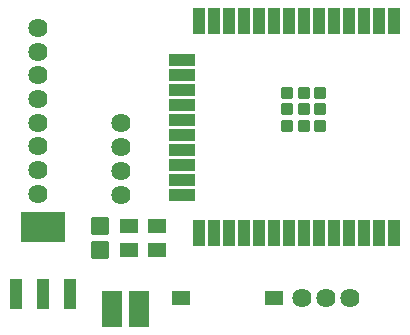
<source format=gts>
G04 Layer: TopSolderMaskLayer*
G04 EasyEDA v6.5.34, 2023-10-15 23:32:28*
G04 71d41e4822c04cdf8dbe640198561a58,c7e5a72684d24d89a273277b68740de8,10*
G04 Gerber Generator version 0.2*
G04 Scale: 100 percent, Rotated: No, Reflected: No *
G04 Dimensions in millimeters *
G04 leading zeros omitted , absolute positions ,4 integer and 5 decimal *
%FSLAX45Y45*%
%MOMM*%

%AMMACRO1*1,1,$1,$2,$3*1,1,$1,$4,$5*1,1,$1,0-$2,0-$3*1,1,$1,0-$4,0-$5*20,1,$1,$2,$3,$4,$5,0*20,1,$1,$4,$5,0-$2,0-$3,0*20,1,$1,0-$2,0-$3,0-$4,0-$5,0*20,1,$1,0-$4,0-$5,$2,$3,0*4,1,4,$2,$3,$4,$5,0-$2,0-$3,0-$4,0-$5,$2,$3,0*%
%ADD10C,1.6256*%
%ADD11MACRO1,0.1016X-0.762X1.5X0.762X1.5*%
%ADD12MACRO1,0.1016X-0.6885X0.5663X0.6885X0.5663*%
%ADD13MACRO1,0.1016X-0.6885X-0.5663X0.6885X-0.5663*%
%ADD14MACRO1,0.1016X-0.675X0.705X0.675X0.705*%
%ADD15MACRO1,0.1016X-0.675X-0.705X0.675X-0.705*%
%ADD16MACRO1,0.1016X-0.75X0.5X0.75X0.5*%
%ADD17MACRO1,0.1016X0.6885X-0.5663X-0.6885X-0.5663*%
%ADD18MACRO1,0.1016X0.6885X0.5663X-0.6885X0.5663*%
%ADD19MACRO1,0.1016X-0.49X-1.235X0.49X-1.235*%
%ADD20MACRO1,0.1016X1.8X-1.235X-1.8X-1.235*%
%ADD21MACRO1,0.1016X0.475X-1.05X-0.475X-1.05*%
%ADD22MACRO1,0.1016X1.05X-0.475X-1.05X-0.475*%
%ADD23MACRO1,0.1016X-0.45X0.45X0.45X0.45*%
%ADD24MACRO1,0.1016X-0.4499X0.45X0.4499X0.45*%

%LPD*%
D10*
G01*
X814247Y-2111400D03*
G01*
X814247Y-1911400D03*
G01*
X814247Y-1711401D03*
G01*
X814247Y-1511401D03*
G01*
X814247Y-1311402D03*
G01*
X814247Y-1111402D03*
G01*
X814247Y-911402D03*
G01*
X814247Y-708202D03*
G01*
X3252647Y-2997200D03*
G01*
X3455847Y-2997200D03*
D11*
G01*
X1447800Y-3086100D03*
G01*
X1676400Y-3086100D03*
D10*
G01*
X3049447Y-2997200D03*
G01*
X1524000Y-1511300D03*
G01*
X1524000Y-1714500D03*
G01*
X1524000Y-1917700D03*
G01*
X1524000Y-2120900D03*
D12*
G01*
X1828799Y-2589204D03*
D13*
G01*
X1828799Y-2389195D03*
D14*
G01*
X1346200Y-2589202D03*
D15*
G01*
X1346200Y-2389197D03*
D16*
G01*
X2030699Y-2997200D03*
G01*
X2820700Y-2997200D03*
D17*
G01*
X1587499Y-2389195D03*
D18*
G01*
X1587499Y-2589204D03*
D19*
G01*
X633599Y-2963199D03*
G01*
X863599Y-2963199D03*
G01*
X1093600Y-2963199D03*
D20*
G01*
X863599Y-2396200D03*
D21*
G01*
X3835405Y-649395D03*
G01*
X3708405Y-649395D03*
G01*
X3581405Y-649395D03*
G01*
X3454405Y-649395D03*
G01*
X3327405Y-649395D03*
G01*
X3200405Y-649395D03*
G01*
X3073405Y-649395D03*
G01*
X2946405Y-649395D03*
G01*
X2819405Y-649395D03*
G01*
X2692405Y-649395D03*
G01*
X2565405Y-649395D03*
G01*
X2438405Y-649395D03*
G01*
X2311405Y-649395D03*
G01*
X2184405Y-649395D03*
D22*
G01*
X2034907Y-977912D03*
G01*
X2034907Y-1104912D03*
G01*
X2034907Y-1231912D03*
G01*
X2034907Y-1358912D03*
G01*
X2034907Y-1485912D03*
G01*
X2034907Y-1612912D03*
G01*
X2034907Y-1739912D03*
G01*
X2034907Y-1866912D03*
G01*
X2034907Y-1993912D03*
G01*
X2034907Y-2120912D03*
D21*
G01*
X2184405Y-2449405D03*
G01*
X2311405Y-2449405D03*
G01*
X2438405Y-2449405D03*
G01*
X2565405Y-2449405D03*
G01*
X2692405Y-2449405D03*
G01*
X2819405Y-2449405D03*
G01*
X2946405Y-2449405D03*
G01*
X3073405Y-2449405D03*
G01*
X3200405Y-2449405D03*
G01*
X3327405Y-2449405D03*
G01*
X3454405Y-2449405D03*
G01*
X3581405Y-2449405D03*
G01*
X3708405Y-2449405D03*
G01*
X3835405Y-2449405D03*
D23*
G01*
X3067301Y-1399374D03*
G01*
X3067298Y-1259399D03*
G01*
X3067298Y-1539401D03*
G01*
X3207301Y-1539401D03*
G01*
X3207301Y-1399400D03*
G01*
X3207301Y-1259399D03*
G01*
X2927309Y-1259399D03*
D24*
G01*
X2927303Y-1399400D03*
D23*
G01*
X2927309Y-1539401D03*
M02*

</source>
